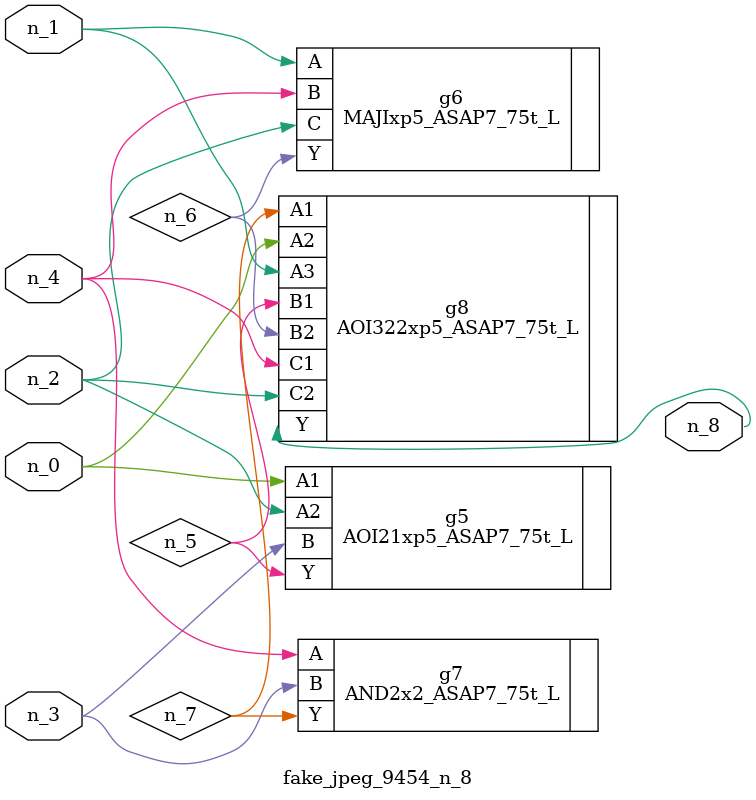
<source format=v>
module fake_jpeg_9454_n_8 (n_3, n_2, n_1, n_0, n_4, n_8);

input n_3;
input n_2;
input n_1;
input n_0;
input n_4;

output n_8;

wire n_6;
wire n_5;
wire n_7;

AOI21xp5_ASAP7_75t_L g5 ( 
.A1(n_0),
.A2(n_2),
.B(n_3),
.Y(n_5)
);

MAJIxp5_ASAP7_75t_L g6 ( 
.A(n_1),
.B(n_4),
.C(n_2),
.Y(n_6)
);

AND2x2_ASAP7_75t_L g7 ( 
.A(n_4),
.B(n_3),
.Y(n_7)
);

AOI322xp5_ASAP7_75t_L g8 ( 
.A1(n_7),
.A2(n_0),
.A3(n_1),
.B1(n_5),
.B2(n_6),
.C1(n_4),
.C2(n_2),
.Y(n_8)
);


endmodule
</source>
